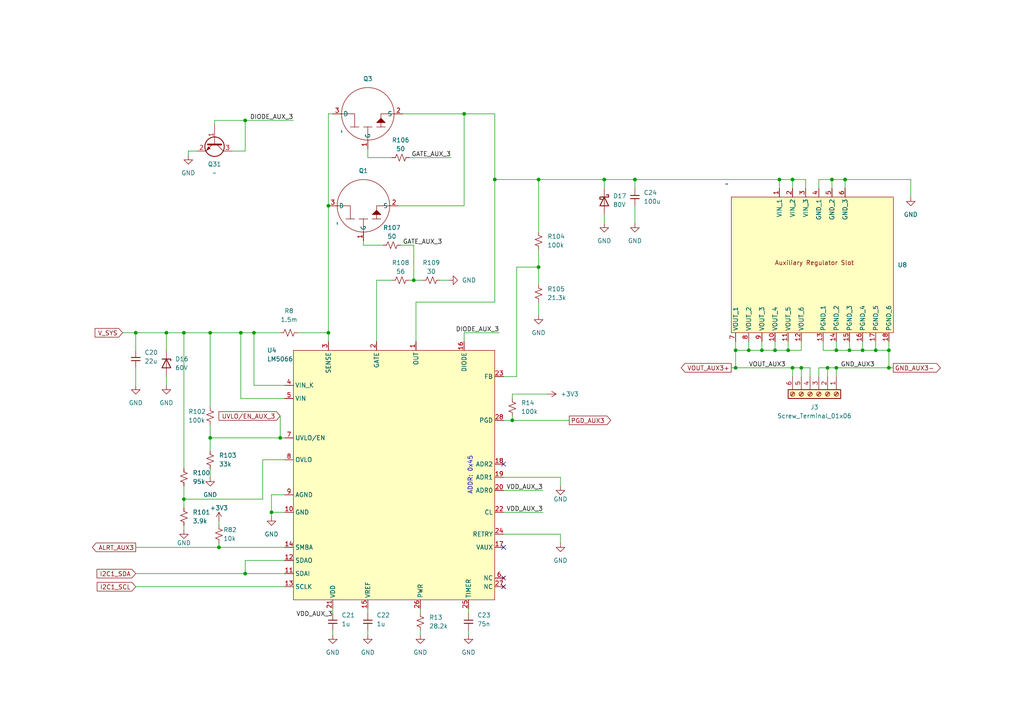
<source format=kicad_sch>
(kicad_sch (version 20230121) (generator eeschema)
  (paper "A4")
  (title_block (title "Bender 2024 Power Supply") (company "Boise State University") (comment 1 "GND  = Battery Ground") (comment 2 "GND1 = RP2040 Ground"))
  (lib_symbols
    (symbol "Connector:Screw_Terminal_01x06" (pin_names (offset 1.016) hide)
      (property "Reference" "J" (at 0 7.62 0))
      (property "Value" "Screw_Terminal_01x06" (at 0 -10.16 0))
      (symbol "Screw_Terminal_01x06_1_1"
        (rectangle (start -1.27 6.35) (end 1.27 -8.89) (stroke (width 0.254)) (fill (type background)))
        (circle (center 0 -7.62) (radius 0.635) (stroke (width 0.1524)))
        (circle (center 0 -5.08) (radius 0.635) (stroke (width 0.1524)))
        (circle (center 0 -2.54) (radius 0.635) (stroke (width 0.1524)))
        (polyline (pts (xy -0.5334 -7.2898) (xy 0.3302 -8.128)) (stroke (width 0.1524)))
        (polyline (pts (xy -0.5334 -4.7498) (xy 0.3302 -5.588)) (stroke (width 0.1524)))
        (polyline (pts (xy -0.5334 -2.2098) (xy 0.3302 -3.048)) (stroke (width 0.1524)))
        (polyline (pts (xy -0.5334 0.3302) (xy 0.3302 -0.508)) (stroke (width 0.1524)))
        (polyline (pts (xy -0.5334 2.8702) (xy 0.3302 2.032)) (stroke (width 0.1524)))
        (polyline (pts (xy -0.5334 5.4102) (xy 0.3302 4.572)) (stroke (width 0.1524)))
        (polyline (pts (xy -0.3556 -7.112) (xy 0.508 -7.9502)) (stroke (width 0.1524)))
        (polyline (pts (xy -0.3556 -4.572) (xy 0.508 -5.4102)) (stroke (width 0.1524)))
        (polyline (pts (xy -0.3556 -2.032) (xy 0.508 -2.8702)) (stroke (width 0.1524)))
        (polyline (pts (xy -0.3556 0.508) (xy 0.508 -0.3302)) (stroke (width 0.1524)))
        (polyline (pts (xy -0.3556 3.048) (xy 0.508 2.2098)) (stroke (width 0.1524)))
        (polyline (pts (xy -0.3556 5.588) (xy 0.508 4.7498)) (stroke (width 0.1524)))
        (circle (center 0 0) (radius 0.635) (stroke (width 0.1524)))
        (circle (center 0 2.54) (radius 0.635) (stroke (width 0.1524)))
        (circle (center 0 5.08) (radius 0.635) (stroke (width 0.1524)))
        (pin passive line (at -5.08 5.08 0) (length 3.81) (name "Pin_1") (number "1"))
        (pin passive line (at -5.08 2.54 0) (length 3.81) (name "Pin_2") (number "2"))
        (pin passive line (at -5.08 0 0) (length 3.81) (name "Pin_3") (number "3"))
        (pin passive line (at -5.08 -2.54 0) (length 3.81) (name "Pin_4") (number "4"))
        (pin passive line (at -5.08 -5.08 0) (length 3.81) (name "Pin_5") (number "5"))
        (pin passive line (at -5.08 -7.62 0) (length 3.81) (name "Pin_6") (number "6"))
      )
    )
    (symbol "Device:D_Schottky" (pin_numbers hide) (pin_names (offset 1.016) hide)
      (property "Reference" "D" (at 0 2.54 0))
      (property "Value" "D_Schottky" (at 0 -2.54 0))
      (symbol "D_Schottky_0_1"
        (polyline (pts (xy 1.27 0) (xy -1.27 0)))
        (polyline (pts (xy 1.27 1.27) (xy 1.27 -1.27) (xy -1.27 0) (xy 1.27 1.27)) (stroke (width 0.254)))
        (polyline (pts (xy -1.905 0.635) (xy -1.905 1.27) (xy -1.27 1.27) (xy -1.27 -1.27) (xy -0.635 -1.27) (xy -0.635 -0.635)) (stroke (width 0.254)))
      )
      (symbol "D_Schottky_1_1"
        (pin passive line (at -3.81 0 0) (length 2.54) (name "K") (number "1"))
        (pin passive line (at 3.81 0 180) (length 2.54) (name "A") (number "2"))
      )
    )
    (symbol "Device:D_Zener" (pin_numbers hide) (pin_names (offset 1.016) hide)
      (property "Reference" "D" (at 0 2.54 0))
      (property "Value" "D_Zener" (at 0 -2.54 0))
      (symbol "D_Zener_0_1"
        (polyline (pts (xy 1.27 0) (xy -1.27 0)))
        (polyline (pts (xy -1.27 -1.27) (xy -1.27 1.27) (xy -0.762 1.27)) (stroke (width 0.254)))
        (polyline (pts (xy 1.27 -1.27) (xy 1.27 1.27) (xy -1.27 0) (xy 1.27 -1.27)) (stroke (width 0.254)))
      )
      (symbol "D_Zener_1_1"
        (pin passive line (at -3.81 0 0) (length 2.54) (name "K") (number "1"))
        (pin passive line (at 3.81 0 180) (length 2.54) (name "A") (number "2"))
      )
    )
    (symbol "Device:R_Small_US" (pin_numbers hide) (pin_names (offset 0.254) hide)
      (property "Reference" "R" (at 0.762 0.508 0))
      (property "Value" "R_Small_US" (at 0.762 -1.016 0))
      (symbol "R_Small_US_1_1"
        (polyline (pts (xy 0 0) (xy 1.016 -0.381) (xy 0 -0.762) (xy -1.016 -1.143) (xy 0 -1.524)))
        (polyline (pts (xy 0 1.524) (xy 1.016 1.143) (xy 0 0.762) (xy -1.016 0.381) (xy 0 0)))
        (pin passive line (at 0 2.54 270) (length 1.016) (name "~") (number "1"))
        (pin passive line (at 0 -2.54 90) (length 1.016) (name "~") (number "2"))
      )
    )
    (symbol "Nexperia:GAN3R2-100CBE"
      (property "Reference" "Q" (at 0 0 0))
      (symbol "GAN3R2-100CBE_0_1"
        (polyline (pts (xy 3.81 -10.16) (xy 3.81 -12.7)))
        (polyline (pts (xy 3.81 -7.62) (xy 0 -7.62)))
        (polyline (pts (xy 3.81 -6.35) (xy 3.81 -8.89)))
        (polyline (pts (xy 3.81 -2.54) (xy 3.81 -5.08)))
        (polyline (pts (xy 3.81 -11.43) (xy 7.62 -11.43) (xy 7.62 -15.24)))
        (polyline (pts (xy 3.81 -3.81) (xy 7.62 -3.81) (xy 7.62 0)))
        (circle (center 7.62 -7.62) (radius 7.62))
      )
      (symbol "GAN3R2-100CBE_1_1"
        (polyline (pts (xy 6.35 -11.43) (xy 5.08 -10.16) (xy 5.08 -12.7) (xy 6.35 -11.43)) (fill (type outline)))
        (pin input line (at -2.54 -7.62 0) (length 2.54) (name "G") (number "1"))
        (pin power_out line (at 7.62 -17.78 90) (length 2.54) (name "S") (number "2"))
        (pin power_in line (at 7.62 2.54 270) (length 2.54) (name "D") (number "3"))
      )
    )
    (symbol "PCM_Generic-50:C,IEC" (pin_numbers hide) (pin_names (offset 0) hide)
      (property "Reference" "C" (at 1.27 1.27 0))
      (property "Value" "C,IEC" (at 1.27 -1.27 0))
      (property "Indicator" "+" (at -1.27 1.27 0))
      (symbol "C,IEC_1_1"
        (polyline (pts (xy -1.27 -0.4572) (xy 1.27 -0.4572)) (stroke (width 0.254)))
        (polyline (pts (xy -1.27 0.4572) (xy 1.27 0.4572)) (stroke (width 0.254)))
        (pin passive line (at 0 2.54 270) (length 2.0828) (name "+") (number "1"))
        (pin passive line (at 0 -2.54 90) (length 2.0828) (name "-") (number "2"))
      )
    )
    (symbol "TI.Library:LM5066"
      (property "Reference" "U" (at 0 1.27 0))
      (property "Value" "LM5066" (at 3.81 -77.47 0))
      (symbol "LM5066_1_1"
        (rectangle (start 0 -2.54) (end 58.42 -74.93) (fill (type background)))
        (pin power_out line (at 35.56 0 270) (length 2.54) (name "OUT") (number "1"))
        (pin power_in line (at -2.54 -49.53 0) (length 2.54) (name "GND") (number "10"))
        (pin input line (at -2.54 -67.31 0) (length 2.54) (name "SDAI") (number "11"))
        (pin output line (at -2.54 -63.5 0) (length 2.54) (name "SDAO") (number "12"))
        (pin bidirectional line (at -2.54 -71.12 0) (length 2.54) (name "SCLK") (number "13"))
        (pin output line (at -2.54 -59.69 0) (length 2.54) (name "SMBA") (number "14"))
        (pin input line (at 21.59 -77.47 90) (length 2.54) (name "VREF") (number "15"))
        (pin output line (at 49.53 0 270) (length 2.54) (name "DIODE") (number "16"))
        (pin power_in line (at 60.96 -59.69 180) (length 2.54) (name "VAUX") (number "17"))
        (pin tri_state line (at 60.96 -35.56 180) (length 2.54) (name "ADR2") (number "18"))
        (pin tri_state line (at 60.96 -39.37 180) (length 2.54) (name "ADR1") (number "19"))
        (pin output line (at 24.13 0 270) (length 2.54) (name "GATE") (number "2"))
        (pin tri_state line (at 60.96 -43.18 180) (length 2.54) (name "ADR0") (number "20"))
        (pin output line (at 11.43 -77.47 90) (length 2.54) (name "VDD") (number "21"))
        (pin input line (at 60.96 -49.53 180) (length 2.54) (name "CL") (number "22"))
        (pin input line (at 60.96 -10.16 180) (length 2.54) (name "FB") (number "23"))
        (pin tri_state line (at 60.96 -55.88 180) (length 2.54) (name "RETRY") (number "24"))
        (pin unspecified line (at 50.8 -77.47 90) (length 2.54) (name "TIMER") (number "25"))
        (pin input line (at 36.83 -77.47 90) (length 2.54) (name "PWR") (number "26"))
        (pin no_connect line (at 60.96 -71.12 180) (length 2.54) (name "NC") (number "27"))
        (pin output line (at 60.96 -22.86 180) (length 2.54) (name "PGD") (number "28"))
        (pin input line (at 10.16 0 270) (length 2.54) (name "SENSE") (number "3"))
        (pin power_in line (at -2.54 -12.7 0) (length 2.54) (name "VIN_K") (number "4"))
        (pin power_in line (at -2.54 -16.51 0) (length 2.54) (name "VIN") (number "5"))
        (pin no_connect line (at 60.96 -68.58 180) (length 2.54) (name "NC") (number "6"))
        (pin input line (at -2.54 -27.94 0) (length 2.54) (name "UVLO/EN") (number "7"))
        (pin input line (at -2.54 -34.29 0) (length 2.54) (name "OVLO") (number "8"))
        (pin power_in line (at -2.54 -44.45 0) (length 2.54) (name "AGND") (number "9"))
      )
    )
    (symbol "Transistor_BJT:BC817" (pin_names (offset 0) hide)
      (property "Reference" "Q" (at 5.08 1.905 0))
      (property "Value" "BC817" (at 5.08 0 0))
      (symbol "BC817_0_1"
        (polyline (pts (xy 0.635 0.635) (xy 2.54 2.54)))
        (polyline (pts (xy 0.635 -0.635) (xy 2.54 -2.54) (xy 2.54 -2.54)))
        (polyline (pts (xy 0.635 1.905) (xy 0.635 -1.905) (xy 0.635 -1.905)) (stroke (width 0.508)))
        (polyline (pts (xy 1.27 -1.778) (xy 1.778 -1.27) (xy 2.286 -2.286) (xy 1.27 -1.778) (xy 1.27 -1.778)) (fill (type outline)))
        (circle (center 1.27 0) (radius 2.8194) (stroke (width 0.254)))
      )
      (symbol "BC817_1_1"
        (pin input line (at -5.08 0 0) (length 5.715) (name "B") (number "1"))
        (pin passive line (at 2.54 -5.08 90) (length 2.54) (name "E") (number "2"))
        (pin passive line (at 2.54 5.08 270) (length 2.54) (name "C") (number "3"))
      )
    )
    (symbol "power:+3V3" (power) (pin_names (offset 0))
      (property "Value" "+3V3" (at 0 3.556 0))
      (symbol "+3V3_0_1"
        (polyline (pts (xy -0.762 1.27) (xy 0 2.54)))
        (polyline (pts (xy 0 0) (xy 0 2.54)))
        (polyline (pts (xy 0 2.54) (xy 0.762 1.27)))
      )
      (symbol "+3V3_1_1"
        (pin power_in line (at 0 0 90) (length 0) hide (name "+3V3") (number "1"))
      )
    )
    (symbol "power:GND" (power) (pin_names (offset 0))
      (property "Value" "GND" (at 0 -3.81 0))
      (symbol "GND_0_1"
        (polyline (pts (xy 0 0) (xy 0 -1.27) (xy 1.27 -1.27) (xy 0 -2.54) (xy -1.27 -1.27) (xy 0 -1.27)))
      )
      (symbol "GND_1_1"
        (pin power_in line (at 0 0 270) (length 0) hide (name "GND") (number "1"))
      )
    )
    (symbol "regulator_slot:6_IN_12_OUT"
      (property "Reference" "U" (at 0 0 0))
      (symbol "6_IN_12_OUT_1_1"
        (rectangle (start 1.27 -3.81) (end 48.26 -43.18) (fill (type background)))
        (text "Auxiliary Regulator Slot" (at 25.4 -22.86 0) (effects (font (size 1.27 1.27))))
        (pin power_in line (at 15.24 -1.27 270) (length 2.54) (name "VIN_1") (number "1"))
        (pin power_out line (at 13.97 -45.72 90) (length 2.54) (name "VOUT_4") (number "10"))
        (pin power_out line (at 17.78 -45.72 90) (length 2.54) (name "VOUT_5") (number "11"))
        (pin power_out line (at 21.59 -45.72 90) (length 2.54) (name "VOUT_6") (number "12"))
        (pin power_out line (at 27.94 -45.72 90) (length 2.54) (name "PGND_1") (number "13"))
        (pin power_out line (at 31.75 -45.72 90) (length 2.54) (name "PGND_2") (number "14"))
        (pin power_out line (at 35.56 -45.72 90) (length 2.54) (name "PGND_3") (number "15"))
        (pin power_out line (at 39.37 -45.72 90) (length 2.54) (name "PGND_4") (number "16"))
        (pin power_out line (at 43.18 -45.72 90) (length 2.54) (name "PGND_5") (number "17"))
        (pin power_out line (at 46.99 -45.72 90) (length 2.54) (name "PGND_6") (number "18"))
        (pin power_in line (at 19.05 -1.27 270) (length 2.54) (name "VIN_2") (number "2"))
        (pin power_in line (at 22.86 -1.27 270) (length 2.54) (name "VIN_3") (number "3"))
        (pin power_in line (at 26.67 -1.27 270) (length 2.54) (name "GND_1") (number "4"))
        (pin power_in line (at 30.48 -1.27 270) (length 2.54) (name "GND_2") (number "5"))
        (pin power_in line (at 34.29 -1.27 270) (length 2.54) (name "GND_3") (number "6"))
        (pin power_out line (at 2.54 -45.72 90) (length 2.54) (name "VOUT_1") (number "7"))
        (pin power_out line (at 6.35 -45.72 90) (length 2.54) (name "VOUT_2") (number "8"))
        (pin power_out line (at 10.16 -45.72 90) (length 2.54) (name "VOUT_3") (number "9"))
      )
    )
  )
  (junction (at 257.81 106.68))
  (junction (at 220.98 101.6))
  (junction (at 60.96 127))
  (junction (at 242.57 106.68))
  (junction (at 95.25 59.69))
  (junction (at 184.15 52.07))
  (junction (at 217.17 101.6))
  (junction (at 78.74 148.59))
  (junction (at 228.6 101.6))
  (junction (at 53.34 96.52))
  (junction (at 39.37 96.52))
  (junction (at 254 101.6))
  (junction (at 73.66 96.52))
  (junction (at 224.79 101.6))
  (junction (at 71.12 166.37))
  (junction (at 250.19 101.6))
  (junction (at 232.41 106.68))
  (junction (at 245.11 52.07))
  (junction (at 229.87 106.68))
  (junction (at 213.36 106.68))
  (junction (at 240.03 106.68))
  (junction (at 120.015 81.28))
  (junction (at 213.36 101.6))
  (junction (at 69.85 96.52))
  (junction (at 175.26 52.07))
  (junction (at 95.25 96.52))
  (junction (at 156.21 77.47))
  (junction (at 246.38 101.6))
  (junction (at 148.59 121.92))
  (junction (at 71.12 34.925))
  (junction (at 63.5 158.75))
  (junction (at 257.81 101.6))
  (junction (at 53.34 144.78))
  (junction (at 81.28 127))
  (junction (at 60.96 96.52))
  (junction (at 241.3 52.07))
  (junction (at 143.51 52.07))
  (junction (at 48.26 96.52))
  (junction (at 156.21 52.07))
  (junction (at 134.62 33.02))
  (junction (at 242.57 101.6))
  (junction (at 226.06 52.07))
  (junction (at 229.87 52.07))
  (no_connect (at 146.05 158.75))
  (no_connect (at 146.05 170.18))
  (no_connect (at 146.05 167.64))
  (no_connect (at 146.05 134.62))
  (wire (pts (xy 106.68 43.18) (xy 106.68 45.72)))
  (wire (pts (xy 229.87 52.07) (xy 229.87 54.61)))
  (wire (pts (xy 53.34 152.4) (xy 53.34 153.67)))
  (wire (pts (xy 135.89 182.88) (xy 135.89 184.15)))
  (wire (pts (xy 116.84 33.02) (xy 134.62 33.02)))
  (wire (pts (xy 135.89 176.53) (xy 135.89 177.8)))
  (wire (pts (xy 246.38 101.6) (xy 250.19 101.6)))
  (wire (pts (xy 81.28 96.52) (xy 73.66 96.52)))
  (wire (pts (xy 39.37 96.52) (xy 39.37 101.6)))
  (wire (pts (xy 245.11 52.07) (xy 264.16 52.07)))
  (wire (pts (xy 106.68 182.88) (xy 106.68 184.15)))
  (wire (pts (xy 71.12 43.815) (xy 71.12 34.925)))
  (wire (pts (xy 143.51 87.63) (xy 143.51 52.07)))
  (wire (pts (xy 111.125 71.12) (xy 105.41 71.12)))
  (wire (pts (xy 82.55 162.56) (xy 71.12 162.56)))
  (wire (pts (xy 48.26 96.52) (xy 53.34 96.52)))
  (wire (pts (xy 143.51 52.07) (xy 156.21 52.07)))
  (wire (pts (xy 217.17 101.6) (xy 213.36 101.6)))
  (wire (pts (xy 224.79 101.6) (xy 220.98 101.6)))
  (wire (pts (xy 53.34 96.52) (xy 60.96 96.52)))
  (wire (pts (xy 73.66 96.52) (xy 73.66 111.76)))
  (wire (pts (xy 224.79 99.06) (xy 224.79 101.6)))
  (wire (pts (xy 39.37 96.52) (xy 48.26 96.52)))
  (wire (pts (xy 146.05 138.43) (xy 162.56 138.43)))
  (wire (pts (xy 116.205 71.12) (xy 120.015 71.12)))
  (wire (pts (xy 175.26 62.23) (xy 175.26 64.77)))
  (wire (pts (xy 213.36 101.6) (xy 213.36 99.06)))
  (wire (pts (xy 242.57 106.68) (xy 242.57 109.22)))
  (wire (pts (xy 134.62 33.02) (xy 134.62 59.69)))
  (wire (pts (xy 120.65 87.63) (xy 143.51 87.63)))
  (wire (pts (xy 60.96 96.52) (xy 69.85 96.52)))
  (wire (pts (xy 62.23 36.195) (xy 62.23 34.925)))
  (wire (pts (xy 250.19 101.6) (xy 254 101.6)))
  (wire (pts (xy 118.745 81.28) (xy 120.015 81.28)))
  (wire (pts (xy 82.55 115.57) (xy 69.85 115.57)))
  (wire (pts (xy 237.49 109.22) (xy 237.49 106.68)))
  (wire (pts (xy 60.96 127) (xy 81.28 127)))
  (wire (pts (xy 53.34 140.97) (xy 53.34 144.78)))
  (wire (pts (xy 53.34 144.78) (xy 53.34 147.32)))
  (wire (pts (xy 229.87 106.68) (xy 232.41 106.68)))
  (wire (pts (xy 245.11 52.07) (xy 245.11 54.61)))
  (wire (pts (xy 257.81 106.68) (xy 259.08 106.68)))
  (wire (pts (xy 76.2 144.78) (xy 53.34 144.78)))
  (wire (pts (xy 250.19 99.06) (xy 250.19 101.6)))
  (wire (pts (xy 48.26 96.52) (xy 48.26 101.6)))
  (wire (pts (xy 62.23 34.925) (xy 71.12 34.925)))
  (wire (pts (xy 63.5 158.75) (xy 82.55 158.75)))
  (wire (pts (xy 175.26 52.07) (xy 184.15 52.07)))
  (wire (pts (xy 226.06 52.07) (xy 226.06 54.61)))
  (wire (pts (xy 106.68 176.53) (xy 106.68 177.8)))
  (wire (pts (xy 134.62 96.52) (xy 144.78 96.52)))
  (wire (pts (xy 175.26 52.07) (xy 175.26 54.61)))
  (wire (pts (xy 242.57 101.6) (xy 246.38 101.6)))
  (wire (pts (xy 184.15 52.07) (xy 226.06 52.07)))
  (wire (pts (xy 226.06 52.07) (xy 229.87 52.07)))
  (wire (pts (xy 146.05 142.24) (xy 157.48 142.24)))
  (wire (pts (xy 71.12 166.37) (xy 82.55 166.37)))
  (wire (pts (xy 53.34 96.52) (xy 53.34 135.89)))
  (wire (pts (xy 78.74 143.51) (xy 82.55 143.51)))
  (wire (pts (xy 134.62 99.06) (xy 134.62 96.52)))
  (wire (pts (xy 81.28 120.65) (xy 81.28 127)))
  (wire (pts (xy 229.87 106.68) (xy 229.87 109.22)))
  (wire (pts (xy 148.59 121.92) (xy 165.1 121.92)))
  (wire (pts (xy 60.96 96.52) (xy 60.96 118.11)))
  (wire (pts (xy 156.21 52.07) (xy 175.26 52.07)))
  (wire (pts (xy 156.21 77.47) (xy 156.21 82.55)))
  (wire (pts (xy 156.21 52.07) (xy 156.21 67.31)))
  (wire (pts (xy 35.56 96.52) (xy 39.37 96.52)))
  (wire (pts (xy 63.5 157.48) (xy 63.5 158.75)))
  (wire (pts (xy 229.87 52.07) (xy 233.68 52.07)))
  (wire (pts (xy 146.05 148.59) (xy 157.48 148.59)))
  (wire (pts (xy 228.6 101.6) (xy 224.79 101.6)))
  (wire (pts (xy 105.41 71.12) (xy 105.41 69.85)))
  (wire (pts (xy 146.05 109.22) (xy 149.86 109.22)))
  (wire (pts (xy 78.74 148.59) (xy 78.74 149.86)))
  (wire (pts (xy 146.05 121.92) (xy 148.59 121.92)))
  (wire (pts (xy 69.85 96.52) (xy 73.66 96.52)))
  (wire (pts (xy 238.76 99.06) (xy 238.76 101.6)))
  (wire (pts (xy 156.21 72.39) (xy 156.21 77.47)))
  (wire (pts (xy 60.96 135.89) (xy 60.96 138.43)))
  (wire (pts (xy 73.66 111.76) (xy 82.55 111.76)))
  (wire (pts (xy 76.2 133.35) (xy 82.55 133.35)))
  (wire (pts (xy 254 101.6) (xy 257.81 101.6)))
  (wire (pts (xy 48.26 109.22) (xy 48.26 111.76)))
  (wire (pts (xy 240.03 106.68) (xy 242.57 106.68)))
  (wire (pts (xy 162.56 154.94) (xy 162.56 157.48)))
  (wire (pts (xy 96.52 33.02) (xy 95.25 33.02)))
  (wire (pts (xy 121.92 176.53) (xy 121.92 177.8)))
  (wire (pts (xy 232.41 101.6) (xy 228.6 101.6)))
  (wire (pts (xy 148.59 114.3) (xy 158.75 114.3)))
  (wire (pts (xy 81.28 127) (xy 82.55 127)))
  (wire (pts (xy 76.2 133.35) (xy 76.2 144.78)))
  (wire (pts (xy 241.3 52.07) (xy 241.3 54.61)))
  (wire (pts (xy 146.05 154.94) (xy 162.56 154.94)))
  (wire (pts (xy 217.17 99.06) (xy 217.17 101.6)))
  (wire (pts (xy 234.95 106.68) (xy 232.41 106.68)))
  (wire (pts (xy 82.55 148.59) (xy 78.74 148.59)))
  (wire (pts (xy 148.59 121.92) (xy 148.59 120.65)))
  (wire (pts (xy 63.5 151.13) (xy 63.5 152.4)))
  (wire (pts (xy 113.665 81.28) (xy 109.22 81.28)))
  (wire (pts (xy 143.51 33.02) (xy 143.51 52.07)))
  (wire (pts (xy 95.25 33.02) (xy 95.25 59.69)))
  (wire (pts (xy 238.76 101.6) (xy 242.57 101.6)))
  (wire (pts (xy 228.6 99.06) (xy 228.6 101.6)))
  (wire (pts (xy 71.12 162.56) (xy 71.12 166.37)))
  (wire (pts (xy 257.81 101.6) (xy 257.81 99.06)))
  (wire (pts (xy 242.57 106.68) (xy 257.81 106.68)))
  (wire (pts (xy 220.98 101.6) (xy 217.17 101.6)))
  (wire (pts (xy 78.74 143.51) (xy 78.74 148.59)))
  (wire (pts (xy 246.38 99.06) (xy 246.38 101.6)))
  (wire (pts (xy 120.015 81.28) (xy 122.555 81.28)))
  (wire (pts (xy 127.635 81.28) (xy 130.175 81.28)))
  (wire (pts (xy 109.22 81.28) (xy 109.22 99.06)))
  (wire (pts (xy 234.95 109.22) (xy 234.95 106.68)))
  (wire (pts (xy 96.52 182.88) (xy 96.52 184.15)))
  (wire (pts (xy 212.09 106.68) (xy 213.36 106.68)))
  (wire (pts (xy 95.25 59.69) (xy 95.25 96.52)))
  (wire (pts (xy 95.25 99.06) (xy 95.25 96.52)))
  (wire (pts (xy 264.16 52.07) (xy 264.16 57.15)))
  (wire (pts (xy 162.56 138.43) (xy 162.56 140.97)))
  (wire (pts (xy 156.21 87.63) (xy 156.21 91.44)))
  (wire (pts (xy 71.12 34.925) (xy 85.09 34.925)))
  (wire (pts (xy 60.96 123.19) (xy 60.96 127)))
  (wire (pts (xy 233.68 52.07) (xy 233.68 54.61)))
  (wire (pts (xy 39.37 170.18) (xy 82.55 170.18)))
  (wire (pts (xy 96.52 176.53) (xy 96.52 177.8)))
  (wire (pts (xy 241.3 52.07) (xy 245.11 52.07)))
  (wire (pts (xy 39.37 158.75) (xy 63.5 158.75)))
  (wire (pts (xy 257.81 101.6) (xy 257.81 106.68)))
  (wire (pts (xy 220.98 99.06) (xy 220.98 101.6)))
  (wire (pts (xy 242.57 99.06) (xy 242.57 101.6)))
  (wire (pts (xy 106.68 45.72) (xy 113.665 45.72)))
  (wire (pts (xy 237.49 106.68) (xy 240.03 106.68)))
  (wire (pts (xy 54.61 43.815) (xy 54.61 45.085)))
  (wire (pts (xy 148.59 114.3) (xy 148.59 115.57)))
  (wire (pts (xy 69.85 96.52) (xy 69.85 115.57)))
  (wire (pts (xy 120.65 99.06) (xy 120.65 87.63)))
  (wire (pts (xy 118.745 45.72) (xy 130.81 45.72)))
  (wire (pts (xy 254 99.06) (xy 254 101.6)))
  (wire (pts (xy 149.86 77.47) (xy 156.21 77.47)))
  (wire (pts (xy 232.41 99.06) (xy 232.41 101.6)))
  (wire (pts (xy 115.57 59.69) (xy 134.62 59.69)))
  (wire (pts (xy 213.36 106.68) (xy 229.87 106.68)))
  (wire (pts (xy 237.49 52.07) (xy 241.3 52.07)))
  (wire (pts (xy 184.15 52.07) (xy 184.15 54.61)))
  (wire (pts (xy 39.37 166.37) (xy 71.12 166.37)))
  (wire (pts (xy 39.37 106.68) (xy 39.37 111.76)))
  (wire (pts (xy 60.96 127) (xy 60.96 130.81)))
  (wire (pts (xy 134.62 33.02) (xy 143.51 33.02)))
  (wire (pts (xy 86.36 96.52) (xy 95.25 96.52)))
  (wire (pts (xy 232.41 106.68) (xy 232.41 109.22)))
  (wire (pts (xy 149.86 109.22) (xy 149.86 77.47)))
  (wire (pts (xy 237.49 54.61) (xy 237.49 52.07)))
  (wire (pts (xy 240.03 106.68) (xy 240.03 109.22)))
  (wire (pts (xy 57.15 43.815) (xy 54.61 43.815)))
  (wire (pts (xy 121.92 182.88) (xy 121.92 184.15)))
  (wire (pts (xy 67.31 43.815) (xy 71.12 43.815)))
  (wire (pts (xy 213.36 101.6) (xy 213.36 106.68)))
  (wire (pts (xy 184.15 59.69) (xy 184.15 64.77)))
  (wire (pts (xy 120.015 71.12) (xy 120.015 81.28)))
  (text "ADDR: 0x45" (at 137.16 143.51 90) (effects (font (size 1.27 1.27)) (justify left bottom)))
  (label "GATE_AUX_3" (at 116.84 71.12 0))
  (label "VDD_AUX_3" (at 96.52 179.07 180))
  (label "DIODE_AUX_3" (at 144.78 96.52 180))
  (label "VOUT_AUX3" (at 217.17 106.68 0))
  (label "VDD_AUX_3" (at 157.48 142.24 180))
  (label "DIODE_AUX_3" (at 85.09 34.925 180))
  (label "VDD_AUX_3" (at 157.48 148.59 180))
  (label "GND_AUX3" (at 243.84 106.68 0))
  (label "GATE_AUX_3" (at 130.81 45.72 180))
  (global_label "GND_AUX3-" (shape output) (at 259.08 106.68 0) (property "Intersheetrefs" "${INTERSHEET_REFS}" (effects hide)))
  (global_label "VOUT_AUX3+" (shape output) (at 212.09 106.68 180) (property "Intersheetrefs" "${INTERSHEET_REFS}" (effects hide)))
  (global_label "I2C1_SDA" (shape input) (at 39.37 166.37 180) (property "Intersheetrefs" "${INTERSHEET_REFS}" (effects hide)))
  (global_label "ALRT_AUX3" (shape output) (at 39.37 158.75 180) (property "Intersheetrefs" "${INTERSHEET_REFS}" (effects hide)))
  (global_label "PGD_AUX3" (shape output) (at 165.1 121.92 0) (property "Intersheetrefs" "${INTERSHEET_REFS}" (effects hide)))
  (global_label "UVLO{slash}EN_AUX_3" (shape input) (at 81.28 120.65 180) (property "Intersheetrefs" "${INTERSHEET_REFS}" (effects hide)))
  (global_label "I2C1_SCL" (shape input) (at 39.37 170.18 180) (property "Intersheetrefs" "${INTERSHEET_REFS}" (effects hide)))
  (global_label "V_SYS" (shape input) (at 35.56 96.52 180) (property "Intersheetrefs" "${INTERSHEET_REFS}" (effects hide)))
  (symbol (lib_id "power:GND") (at 162.56 157.48 0) (unit 1)
    (property "Reference" "#PWR038" (effects hide))
    (property "Value" "GND" (at 162.56 162.56 0))
    (instances (project "2023-24_Power_Supply" (path "" (reference "#PWR038") (unit 1)) (path "" (reference "#PWR0206") (unit 1))))
  )
  (symbol (lib_id "power:GND") (at 156.21 91.44 0) (unit 1)
    (property "Reference" "#PWR045" (effects hide))
    (property "Value" "GND" (at 156.21 96.52 0))
    (instances (project "2023-24_Power_Supply" (path "" (reference "#PWR045") (unit 1)) (path "" (reference "#PWR0195") (unit 1))))
  )
  (symbol (lib_id "power:GND") (at 48.26 111.76 0) (unit 1)
    (property "Reference" "#PWR031" (effects hide))
    (property "Value" "GND" (at 48.26 116.84 0))
    (instances (project "2023-24_Power_Supply" (path "" (reference "#PWR031") (unit 1)) (path "" (reference "#PWR0197") (unit 1))))
  )
  (symbol (lib_id "power:+3V3") (at 63.5 151.13 0) (unit 1)
    (property "Reference" "#PWR011" (effects hide))
    (property "Value" "+3V3" (at 63.5 147.32 0))
    (instances (project "2023-24_Power_Supply" (path "" (reference "#PWR011") (unit 1)) (path "" (reference "#PWR0151") (unit 1)) (path "" (reference "#PWR0168") (unit 1)) (path "" (reference "#PWR052") (unit 1)) (path "" (reference "#PWR0204") (unit 1))))
  )
  (symbol (lib_id "TI.Library:LM5066") (at 85.09 99.06 0) (unit 1)
    (property "Reference" "U4" (at 77.47 101.6 0) (effects (justify left)))
    (property "Value" "LM5066" (at 77.47 104.14 0) (effects (justify left)))
    (property "Footprint" "TI:HTSSOP-28" (effects hide))
    (property "Datasheet" "https://www.ti.com/general/docs/suppproductinfo.tsp?distId=26&gotoUrl=https://www.ti.com/lit/gpn/lm5066i" (effects hide))
    (instances (project "2023-24_Power_Supply" (path "" (reference "U4") (unit 1)) (path "" (reference "U16") (unit 1))))
  )
  (symbol (lib_id "Connector:Screw_Terminal_01x06") (at 237.49 114.3 270) (unit 1)
    (property "Reference" "J3" (at 236.22 118.11 90))
    (property "Value" "Screw_Terminal_01x06" (at 236.22 120.65 90))
    (property "Footprint" "TerminalBlock_Phoenix:TerminalBlock_Phoenix_MKDS-1,5-6-5.08_1x06_P5.08mm_Horizontal" (effects hide))
    (instances (project "2023-24_Power_Supply" (path "" (reference "J3") (unit 1)) (path "" (reference "J14") (unit 1))))
  )
  (symbol (lib_id "power:GND") (at 78.74 149.86 0) (unit 1)
    (property "Reference" "#PWR033" (effects hide))
    (property "Value" "GND" (at 78.74 154.94 0))
    (instances (project "2023-24_Power_Supply" (path "" (reference "#PWR033") (unit 1)) (path "" (reference "#PWR0203") (unit 1))))
  )
  (symbol (lib_id "Device:R_Small_US") (at 121.92 180.34 180) (unit 1)
    (property "Reference" "R13" (at 124.46 179.07 0) (effects (justify right)))
    (property "Value" "28.2k" (at 124.46 181.61 0) (effects (justify right)))
    (property "Footprint" "Resistor_SMD:R_0603_1608Metric" (effects hide))
    (instances (project "2023-24_Power_Supply" (path "" (reference "R13") (unit 1)) (path "" (reference "R144") (unit 1))))
  )
  (symbol (lib_id "regulator_slot:6_IN_12_OUT") (at 210.82 53.34 0) (unit 1)
    (property "Reference" "U8" (at 260.35 76.835 0) (effects (justify left)))
    (property "Value" "~" (at 210.82 53.34 0))
    (property "Footprint" "Regulator_Slot:50x50_slot" (effects hide))
    (instances (project "2023-24_Power_Supply" (path "" (reference "U8") (unit 1)) (path "" (reference "U15") (unit 1))))
  )
  (symbol (lib_id "power:GND") (at 162.56 140.97 0) (unit 1)
    (property "Reference" "#PWR044" (effects hide))
    (property "Value" "GND" (at 162.56 144.78 0))
    (instances (project "2023-24_Power_Supply" (path "" (reference "#PWR044") (unit 1)) (path "" (reference "#PWR0201") (unit 1))))
  )
  (symbol (lib_id "Device:R_Small_US") (at 60.96 120.65 0) (unit 1)
    (property "Reference" "R102" (at 54.61 119.38 0) (effects (justify left)))
    (property "Value" "100k" (at 54.61 121.92 0) (effects (justify left)))
    (property "Footprint" "Resistor_SMD:R_0603_1608Metric" (effects hide))
    (instances (project "2023-24_Power_Supply" (path "" (reference "R102") (unit 1)) (path "" (reference "R139") (unit 1))))
  )
  (symbol (lib_id "PCM_Generic-50:C,IEC") (at 135.89 180.34 0) (unit 1)
    (property "Reference" "C23" (at 138.43 178.435 0) (effects (justify left)))
    (property "Value" "75n" (at 138.43 180.975 0) (effects (justify left)))
    (property "Footprint" "Capacitor_SMD:C_0402_1005Metric" (effects hide))
    (property "Indicator" "+" (effects hide))
    (property "MPN" "GRM31C5C1H753JA01L" (effects hide))
    (instances (project "2023-24_Power_Supply" (path "" (reference "C23") (unit 1)) (path "" (reference "C77") (unit 1))))
  )
  (symbol (lib_id "power:GND") (at 184.15 64.77 0) (unit 1)
    (property "Reference" "#PWR040" (effects hide))
    (property "Value" "GND" (at 184.15 69.85 0))
    (instances (project "2023-24_Power_Supply" (path "" (reference "#PWR040") (unit 1)) (path "" (reference "#PWR0193") (unit 1))))
  )
  (symbol (lib_id "Device:R_Small_US") (at 53.34 149.86 180) (unit 1)
    (property "Reference" "R101" (at 55.88 148.59 0) (effects (justify right)))
    (property "Value" "3.9k" (at 55.88 151.13 0) (effects (justify right)))
    (property "Footprint" "Resistor_SMD:R_0603_1608Metric" (effects hide))
    (instances (project "2023-24_Power_Supply" (path "" (reference "R101") (unit 1)) (path "" (reference "R142") (unit 1))))
  )
  (symbol (lib_id "Device:D_Zener") (at 48.26 105.41 270) (unit 1)
    (property "Reference" "D16" (at 50.8 104.14 90) (effects (justify left)))
    (property "Value" "60V" (at 50.8 106.68 90) (effects (justify left)))
    (property "Footprint" "Diode_SMD:D_SMC" (effects hide))
    (property "Datasheet" "https://www.mouser.com/datasheet/2/54/5_0smdj-1218744.pdf" (effects hide))
    (property "MPN" "5.0SMDJ60A" (effects hide))
    (property "Manufacturer" "Bourns" (effects hide))
    (instances (project "2023-24_Power_Supply" (path "" (reference "D16") (unit 1)) (path "" (reference "D21") (unit 1))))
  )
  (symbol (lib_id "power:+3V3") (at 158.75 114.3 270) (unit 1)
    (property "Reference" "#PWR011" (effects hide))
    (property "Value" "+3V3" (at 162.56 114.3 90) (effects (justify left)))
    (instances (project "2023-24_Power_Supply" (path "" (reference "#PWR011") (unit 1)) (path "" (reference "#PWR0162") (unit 1)) (path "" (reference "#PWR0198") (unit 1))))
  )
  (symbol (lib_id "Device:R_Small_US") (at 148.59 118.11 180) (unit 1)
    (property "Reference" "R14" (at 151.13 116.84 0) (effects (justify right)))
    (property "Value" "100k" (at 151.13 119.38 0) (effects (justify right)))
    (property "Footprint" "Resistor_SMD:R_0603_1608Metric" (effects hide))
    (instances (project "2023-24_Power_Supply" (path "" (reference "R14") (unit 1)) (path "" (reference "R138") (unit 1))))
  )
  (symbol (lib_id "Device:R_Small_US") (at 125.095 81.28 90) (unit 1)
    (property "Reference" "R109" (at 125.095 76.2 90))
    (property "Value" "30" (at 125.095 78.74 90))
    (property "Footprint" "Resistor_SMD:R_2512_6332Metric" (effects hide))
    (property "MPN" "352230RFT" (effects hide))
    (property "Manufacturer" "TE Connectivity" (effects hide))
    (instances (project "2023-24_Power_Supply" (path "" (reference "R109") (unit 1)) (path "" (reference "R135") (unit 1))))
  )
  (symbol (lib_id "power:GND") (at 135.89 184.15 0) (unit 1)
    (property "Reference" "#PWR036" (effects hide))
    (property "Value" "GND" (at 135.89 189.23 0))
    (instances (project "2023-24_Power_Supply" (path "" (reference "#PWR036") (unit 1)) (path "" (reference "#PWR0210") (unit 1))))
  )
  (symbol (lib_id "Nexperia:GAN3R2-100CBE") (at 99.06 40.64 90) (unit 1)
    (property "Reference" "Q3" (at 106.68 22.86 90))
    (property "Value" "~" (at 99.06 38.1 0))
    (property "Footprint" "Nexperia:WLCSP-8" (effects hide))
    (property "Datasheet" "https://www.mouser.com/datasheet/2/916/GAN3R2_100CBE-3159465.pdf" (effects hide))
    (instances (project "2023-24_Power_Supply" (path "" (reference "Q3") (unit 1)) (path "" (reference "Q37") (unit 1))))
  )
  (symbol (lib_id "power:GND") (at 264.16 57.15 0) (unit 1)
    (property "Reference" "#PWR040" (effects hide))
    (property "Value" "GND" (at 264.16 62.23 0))
    (instances (project "2023-24_Power_Supply" (path "" (reference "#PWR040") (unit 1)) (path "" (reference "#PWR0191") (unit 1))))
  )
  (symbol (lib_id "power:GND") (at 60.96 138.43 0) (unit 1)
    (property "Reference" "#PWR029" (effects hide))
    (property "Value" "GND" (at 60.96 143.51 0))
    (instances (project "2023-24_Power_Supply" (path "" (reference "#PWR029") (unit 1)) (path "" (reference "#PWR0202") (unit 1))))
  )
  (symbol (lib_id "Device:R_Small_US") (at 53.34 138.43 180) (unit 1)
    (property "Reference" "R100" (at 55.88 137.16 0) (effects (justify right)))
    (property "Value" "95k" (at 55.88 139.7 0) (effects (justify right)))
    (property "Footprint" "Resistor_SMD:R_0603_1608Metric" (effects hide))
    (instances (project "2023-24_Power_Supply" (path "" (reference "R100") (unit 1)) (path "" (reference "R141") (unit 1))))
  )
  (symbol (lib_id "Device:R_Small_US") (at 156.21 69.85 0) (unit 1)
    (property "Reference" "R104" (at 158.75 68.58 0) (effects (justify left)))
    (property "Value" "100k" (at 158.75 71.12 0) (effects (justify left)))
    (property "Footprint" "Resistor_SMD:R_0603_1608Metric" (effects hide))
    (instances (project "2023-24_Power_Supply" (path "" (reference "R104") (unit 1)) (path "" (reference "R132") (unit 1))))
  )
  (symbol (lib_id "power:GND") (at 54.61 45.085 0) (unit 1)
    (property "Reference" "#PWR041" (effects hide))
    (property "Value" "GND" (at 54.61 50.165 0))
    (instances (project "2023-24_Power_Supply" (path "" (reference "#PWR041") (unit 1)) (path "" (reference "#PWR0190") (unit 1))))
  )
  (symbol (lib_id "power:GND") (at 106.68 184.15 0) (unit 1)
    (property "Reference" "#PWR035" (effects hide))
    (property "Value" "GND" (at 106.68 189.23 0))
    (instances (project "2023-24_Power_Supply" (path "" (reference "#PWR035") (unit 1)) (path "" (reference "#PWR0208") (unit 1))))
  )
  (symbol (lib_id "Device:R_Small_US") (at 63.5 154.94 0) (unit 1)
    (property "Reference" "R82" (at 64.77 153.67 0) (effects (justify left)))
    (property "Value" "10k" (at 64.77 156.21 0) (effects (justify left)))
    (property "Footprint" "Resistor_SMD:R_0603_1608Metric" (effects hide))
    (instances (project "2023-24_Power_Supply" (path "" (reference "R82") (unit 1)) (path "" (reference "R80") (unit 1)) (path "" (reference "R17") (unit 1)) (path "" (reference "R143") (unit 1))))
  )
  (symbol (lib_id "PCM_Generic-50:C,IEC") (at 96.52 180.34 0) (unit 1)
    (property "Reference" "C21" (at 99.06 178.435 0) (effects (justify left)))
    (property "Value" "1u" (at 99.06 180.975 0) (effects (justify left)))
    (property "Footprint" "Capacitor_SMD:C_0603_1608Metric" (effects hide))
    (property "Indicator" "+" (effects hide))
    (instances (project "2023-24_Power_Supply" (path "" (reference "C21") (unit 1)) (path "" (reference "C75") (unit 1))))
  )
  (symbol (lib_id "PCM_Generic-50:C,IEC") (at 184.15 57.15 0) (unit 1)
    (property "Reference" "C24" (at 186.69 55.88 0) (effects (justify left)))
    (property "Value" "100u" (at 186.69 58.42 0) (effects (justify left)))
    (property "Footprint" "Capacitor_SMD:CP_Elec_18x17.5" (effects hide))
    (property "Indicator" "+" (effects hide))
    (instances (project "2023-24_Power_Supply" (path "" (reference "C24") (unit 1)) (path "" (reference "C73") (unit 1))))
  )
  (symbol (lib_id "power:GND") (at 175.26 64.77 0) (unit 1)
    (property "Reference" "#PWR039" (effects hide))
    (property "Value" "GND" (at 175.26 69.85 0))
    (instances (project "2023-24_Power_Supply" (path "" (reference "#PWR039") (unit 1)) (path "" (reference "#PWR0192") (unit 1))))
  )
  (symbol (lib_id "power:GND") (at 53.34 153.67 0) (unit 1)
    (property "Reference" "#PWR030" (effects hide))
    (property "Value" "GND" (at 53.34 157.48 0))
    (instances (project "2023-24_Power_Supply" (path "" (reference "#PWR030") (unit 1)) (path "" (reference "#PWR0205") (unit 1))))
  )
  (symbol (lib_id "power:GND") (at 39.37 111.76 0) (unit 1)
    (property "Reference" "#PWR032" (effects hide))
    (property "Value" "GND" (at 39.37 116.84 0))
    (instances (project "2023-24_Power_Supply" (path "" (reference "#PWR032") (unit 1)) (path "" (reference "#PWR0196") (unit 1))))
  )
  (symbol (lib_id "PCM_Generic-50:C,IEC") (at 39.37 104.14 0) (unit 1)
    (property "Reference" "C20" (at 41.91 102.235 0) (effects (justify left)))
    (property "Value" "22u" (at 41.91 104.775 0) (effects (justify left)))
    (property "Footprint" "Capacitor_THT:CP_Radial_D10.0mm_P5.00mm" (effects hide))
    (property "Indicator" "+" (effects hide))
    (instances (project "2023-24_Power_Supply" (path "" (reference "C20") (unit 1)) (path "" (reference "C74") (unit 1))))
  )
  (symbol (lib_id "Device:R_Small_US") (at 116.205 45.72 90) (unit 1)
    (property "Reference" "R106" (at 116.205 40.64 90))
    (property "Value" "50" (at 116.205 43.18 90))
    (property "Footprint" "Resistor_SMD:R_0603_1608Metric" (effects hide))
    (property "MPN" "CRCW060350R0FKTA" (effects hide))
    (instances (project "2023-24_Power_Supply" (path "" (reference "R106") (unit 1)) (path "" (reference "R131") (unit 1))))
  )
  (symbol (lib_id "power:GND") (at 130.175 81.28 90) (unit 1)
    (property "Reference" "#PWR0170" (effects hide))
    (property "Value" "GND" (at 133.985 81.28 90) (effects (justify right)))
    (instances (project "2023-24_Power_Supply" (path "" (reference "#PWR0170") (unit 1)) (path "" (reference "#PWR0194") (unit 1))))
  )
  (symbol (lib_id "Device:D_Schottky") (at 175.26 58.42 270) (unit 1)
    (property "Reference" "D17" (at 177.8 56.8325 90) (effects (justify left)))
    (property "Value" "80V" (at 177.8 59.3725 90) (effects (justify left)))
    (property "Footprint" "Diode_SMD:D_SMC" (effects hide))
    (property "Datasheet" "https://www.diodes.com/assets/Datasheets/ds30020.pdf" (effects hide))
    (property "MPN" "B380-13-F" (effects hide))
    (property "Manufacturer" "Diodes Inc" (effects hide))
    (instances (project "2023-24_Power_Supply" (path "" (reference "D17") (unit 1)) (path "" (reference "D20") (unit 1))))
  )
  (symbol (lib_id "Device:R_Small_US") (at 113.665 71.12 90) (unit 1)
    (property "Reference" "R107" (at 113.665 66.04 90))
    (property "Value" "50" (at 113.665 68.58 90))
    (property "Footprint" "Resistor_SMD:R_0603_1608Metric" (effects hide))
    (property "MPN" "CRCW060350R0FKTA" (effects hide))
    (instances (project "2023-24_Power_Supply" (path "" (reference "R107") (unit 1)) (path "" (reference "R133") (unit 1))))
  )
  (symbol (lib_id "Nexperia:GAN3R2-100CBE") (at 97.79 67.31 90) (unit 1)
    (property "Reference" "Q1" (at 105.41 49.53 90))
    (property "Value" "~" (at 97.79 64.77 0))
    (property "Footprint" "Nexperia:WLCSP-8" (effects hide))
    (property "Datasheet" "https://www.mouser.com/datasheet/2/916/GAN3R2_100CBE-3159465.pdf" (effects hide))
    (instances (project "2023-24_Power_Supply" (path "" (reference "Q1") (unit 1)) (path "" (reference "Q39") (unit 1))))
  )
  (symbol (lib_id "power:GND") (at 121.92 184.15 0) (unit 1)
    (property "Reference" "#PWR037" (effects hide))
    (property "Value" "GND" (at 121.92 189.23 0))
    (instances (project "2023-24_Power_Supply" (path "" (reference "#PWR037") (unit 1)) (path "" (reference "#PWR0209") (unit 1))))
  )
  (symbol (lib_id "Device:R_Small_US") (at 156.21 85.09 0) (unit 1)
    (property "Reference" "R105" (at 158.75 83.82 0) (effects (justify left)))
    (property "Value" "21.3k" (at 158.75 86.36 0) (effects (justify left)))
    (property "Footprint" "Resistor_SMD:R_0603_1608Metric" (effects hide))
    (property "Datasheet" "https://www.koaspeer.com/pdfs/RN73H.pdf" (effects hide))
    (property "MPN" "RN73H1JTTD2132B25" (effects hide))
    (instances (project "2023-24_Power_Supply" (path "" (reference "R105") (unit 1)) (path "" (reference "R136") (unit 1))))
  )
  (symbol (lib_id "PCM_Generic-50:C,IEC") (at 106.68 180.34 0) (unit 1)
    (property "Reference" "C22" (at 109.22 178.435 0) (effects (justify left)))
    (property "Value" "1u" (at 109.22 180.975 0) (effects (justify left)))
    (property "Footprint" "Capacitor_SMD:C_0603_1608Metric" (effects hide))
    (property "Indicator" "+" (effects hide))
    (instances (project "2023-24_Power_Supply" (path "" (reference "C22") (unit 1)) (path "" (reference "C76") (unit 1))))
  )
  (symbol (lib_id "Device:R_Small_US") (at 116.205 81.28 90) (unit 1)
    (property "Reference" "R108" (at 116.205 76.2 90))
    (property "Value" "56" (at 116.205 78.74 90))
    (property "Footprint" "Resistor_SMD:R_2512_6332Metric" (effects hide))
    (property "MPN" "352256RFT" (effects hide))
    (property "Manufacturer" "TE Connectivity" (effects hide))
    (instances (project "2023-24_Power_Supply" (path "" (reference "R108") (unit 1)) (path "" (reference "R134") (unit 1))))
  )
  (symbol (lib_id "Transistor_BJT:BC817") (at 62.23 41.275 270) (unit 1)
    (property "Reference" "Q31" (at 62.23 47.625 90))
    (property "Value" "~" (at 62.23 50.165 90))
    (property "Footprint" "Package_TO_SOT_SMD:SOT-23" (effects hide))
    (property "Datasheet" "https://www.diodes.com/assets/Datasheets/ds30270.pdf" (effects hide))
    (property "MPN" "MMBT3904T-7-F" (effects hide))
    (property "Manufacturer" "Diodes Inc" (effects hide))
    (instances (project "2023-24_Power_Supply" (path "" (reference "Q31") (unit 1)) (path "" (reference "Q38") (unit 1))))
  )
  (symbol (lib_id "Device:R_Small_US") (at 60.96 133.35 180) (unit 1)
    (property "Reference" "R103" (at 63.5 132.08 0) (effects (justify right)))
    (property "Value" "33k" (at 63.5 134.62 0) (effects (justify right)))
    (property "Footprint" "Resistor_SMD:R_0603_1608Metric" (effects hide))
    (instances (project "2023-24_Power_Supply" (path "" (reference "R103") (unit 1)) (path "" (reference "R140") (unit 1))))
  )
  (symbol (lib_id "Device:R_Small_US") (at 83.82 96.52 90) (unit 1)
    (property "Reference" "R8" (at 83.82 90.17 90))
    (property "Value" "1.5m" (at 83.82 92.71 90))
    (property "Footprint" "Resistor_SMD:R_2512_6332Metric" (effects hide))
    (property "Datasheet" "https://www.vishay.com/doc?30100" (effects hide))
    (property "MPN" "WSL25121L500FEA" (effects hide))
    (property "Manufacturer" "Vishay" (effects hide))
    (instances (project "2023-24_Power_Supply" (path "" (reference "R8") (unit 1)) (path "" (reference "R137") (unit 1))))
  )
  (symbol (lib_id "power:GND") (at 96.52 184.15 0) (unit 1)
    (property "Reference" "#PWR034" (effects hide))
    (property "Value" "GND" (at 96.52 189.23 0))
    (instances (project "2023-24_Power_Supply" (path "" (reference "#PWR034") (unit 1)) (path "" (reference "#PWR0207") (unit 1))))
  )
)
</source>
